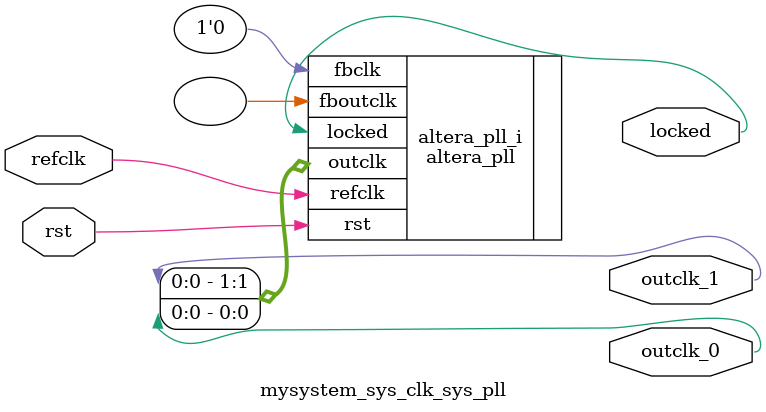
<source format=v>
`timescale 1ns/10ps
module  mysystem_sys_clk_sys_pll(

	// interface 'refclk'
	input wire refclk,

	// interface 'reset'
	input wire rst,

	// interface 'outclk0'
	output wire outclk_0,

	// interface 'outclk1'
	output wire outclk_1,

	// interface 'locked'
	output wire locked
);

	altera_pll #(
		.fractional_vco_multiplier("false"),
		.reference_clock_frequency("50.0 MHz"),
		.operation_mode("direct"),
		.number_of_clocks(2),
		.output_clock_frequency0("50.000000 MHz"),
		.phase_shift0("0 ps"),
		.duty_cycle0(50),
		.output_clock_frequency1("50.000000 MHz"),
		.phase_shift1("-3000 ps"),
		.duty_cycle1(50),
		.output_clock_frequency2("0 MHz"),
		.phase_shift2("0 ps"),
		.duty_cycle2(50),
		.output_clock_frequency3("0 MHz"),
		.phase_shift3("0 ps"),
		.duty_cycle3(50),
		.output_clock_frequency4("0 MHz"),
		.phase_shift4("0 ps"),
		.duty_cycle4(50),
		.output_clock_frequency5("0 MHz"),
		.phase_shift5("0 ps"),
		.duty_cycle5(50),
		.output_clock_frequency6("0 MHz"),
		.phase_shift6("0 ps"),
		.duty_cycle6(50),
		.output_clock_frequency7("0 MHz"),
		.phase_shift7("0 ps"),
		.duty_cycle7(50),
		.output_clock_frequency8("0 MHz"),
		.phase_shift8("0 ps"),
		.duty_cycle8(50),
		.output_clock_frequency9("0 MHz"),
		.phase_shift9("0 ps"),
		.duty_cycle9(50),
		.output_clock_frequency10("0 MHz"),
		.phase_shift10("0 ps"),
		.duty_cycle10(50),
		.output_clock_frequency11("0 MHz"),
		.phase_shift11("0 ps"),
		.duty_cycle11(50),
		.output_clock_frequency12("0 MHz"),
		.phase_shift12("0 ps"),
		.duty_cycle12(50),
		.output_clock_frequency13("0 MHz"),
		.phase_shift13("0 ps"),
		.duty_cycle13(50),
		.output_clock_frequency14("0 MHz"),
		.phase_shift14("0 ps"),
		.duty_cycle14(50),
		.output_clock_frequency15("0 MHz"),
		.phase_shift15("0 ps"),
		.duty_cycle15(50),
		.output_clock_frequency16("0 MHz"),
		.phase_shift16("0 ps"),
		.duty_cycle16(50),
		.output_clock_frequency17("0 MHz"),
		.phase_shift17("0 ps"),
		.duty_cycle17(50),
		.pll_type("General"),
		.pll_subtype("General")
	) altera_pll_i (
		.rst	(rst),
		.outclk	({outclk_1, outclk_0}),
		.locked	(locked),
		.fboutclk	( ),
		.fbclk	(1'b0),
		.refclk	(refclk)
	);
endmodule


</source>
